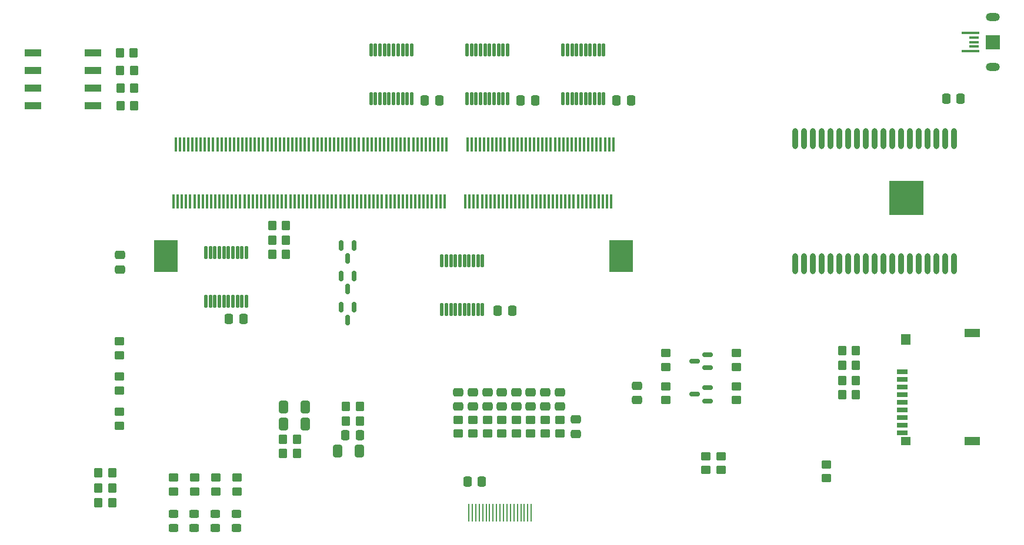
<source format=gbr>
%TF.GenerationSoftware,KiCad,Pcbnew,(6.0.11)*%
%TF.CreationDate,2023-02-05T15:12:43-08:00*%
%TF.ProjectId,TRS-IO++,5452532d-494f-42b2-9b2e-6b696361645f,rev?*%
%TF.SameCoordinates,Original*%
%TF.FileFunction,Paste,Top*%
%TF.FilePolarity,Positive*%
%FSLAX46Y46*%
G04 Gerber Fmt 4.6, Leading zero omitted, Abs format (unit mm)*
G04 Created by KiCad (PCBNEW (6.0.11)) date 2023-02-05 15:12:43*
%MOMM*%
%LPD*%
G01*
G04 APERTURE LIST*
G04 Aperture macros list*
%AMRoundRect*
0 Rectangle with rounded corners*
0 $1 Rounding radius*
0 $2 $3 $4 $5 $6 $7 $8 $9 X,Y pos of 4 corners*
0 Add a 4 corners polygon primitive as box body*
4,1,4,$2,$3,$4,$5,$6,$7,$8,$9,$2,$3,0*
0 Add four circle primitives for the rounded corners*
1,1,$1+$1,$2,$3*
1,1,$1+$1,$4,$5*
1,1,$1+$1,$6,$7*
1,1,$1+$1,$8,$9*
0 Add four rect primitives between the rounded corners*
20,1,$1+$1,$2,$3,$4,$5,0*
20,1,$1+$1,$4,$5,$6,$7,0*
20,1,$1+$1,$6,$7,$8,$9,0*
20,1,$1+$1,$8,$9,$2,$3,0*%
G04 Aperture macros list end*
%ADD10RoundRect,0.150000X0.587500X0.150000X-0.587500X0.150000X-0.587500X-0.150000X0.587500X-0.150000X0*%
%ADD11RoundRect,0.250000X0.350000X0.450000X-0.350000X0.450000X-0.350000X-0.450000X0.350000X-0.450000X0*%
%ADD12RoundRect,0.250000X0.475000X-0.337500X0.475000X0.337500X-0.475000X0.337500X-0.475000X-0.337500X0*%
%ADD13RoundRect,0.250000X-0.450000X0.350000X-0.450000X-0.350000X0.450000X-0.350000X0.450000X0.350000X0*%
%ADD14RoundRect,0.250000X-0.412500X-0.650000X0.412500X-0.650000X0.412500X0.650000X-0.412500X0.650000X0*%
%ADD15RoundRect,0.250000X0.450000X-0.350000X0.450000X0.350000X-0.450000X0.350000X-0.450000X-0.350000X0*%
%ADD16R,2.440000X1.120000*%
%ADD17RoundRect,0.250000X0.450000X-0.325000X0.450000X0.325000X-0.450000X0.325000X-0.450000X-0.325000X0*%
%ADD18RoundRect,0.250000X0.337500X0.475000X-0.337500X0.475000X-0.337500X-0.475000X0.337500X-0.475000X0*%
%ADD19RoundRect,0.250000X-0.350000X-0.450000X0.350000X-0.450000X0.350000X0.450000X-0.350000X0.450000X0*%
%ADD20RoundRect,0.250000X0.412500X0.650000X-0.412500X0.650000X-0.412500X-0.650000X0.412500X-0.650000X0*%
%ADD21RoundRect,0.250000X-0.475000X0.337500X-0.475000X-0.337500X0.475000X-0.337500X0.475000X0.337500X0*%
%ADD22RoundRect,0.250000X-0.337500X-0.475000X0.337500X-0.475000X0.337500X0.475000X-0.337500X0.475000X0*%
%ADD23RoundRect,0.150000X-0.150000X0.587500X-0.150000X-0.587500X0.150000X-0.587500X0.150000X0.587500X0*%
%ADD24R,0.280000X2.600000*%
%ADD25R,1.600000X0.700000*%
%ADD26R,1.400000X1.600000*%
%ADD27R,2.200000X1.200000*%
%ADD28R,1.400000X1.200000*%
%ADD29RoundRect,0.112500X-0.112500X0.837500X-0.112500X-0.837500X0.112500X-0.837500X0.112500X0.837500X0*%
%ADD30O,0.900000X3.000000*%
%ADD31R,5.000000X5.000000*%
%ADD32R,2.000000X2.000000*%
%ADD33O,2.000000X1.200000*%
%ADD34R,2.500000X0.400000*%
%ADD35R,1.350000X0.400000*%
%ADD36R,0.350000X2.000000*%
%ADD37R,3.500000X4.600000*%
G04 APERTURE END LIST*
D10*
%TO.C,Q2*%
X123678833Y-121683200D03*
X123678833Y-119783200D03*
X121803833Y-120733200D03*
%TD*%
D11*
%TO.C,R33*%
X41081200Y-76250800D03*
X39081200Y-76250800D03*
%TD*%
D12*
%TO.C,C17*%
X113504266Y-126363500D03*
X113504266Y-124288500D03*
%TD*%
D13*
%TO.C,R39*%
X52914732Y-139531600D03*
X52914732Y-137531600D03*
%TD*%
D14*
%TO.C,C15*%
X70451999Y-133698599D03*
X73576999Y-133698599D03*
%TD*%
D15*
%TO.C,R8*%
X94081600Y-131175000D03*
X94081600Y-129175000D03*
%TD*%
D13*
%TO.C,R40*%
X55975800Y-139531600D03*
X55975800Y-137531600D03*
%TD*%
D16*
%TO.C,SW3*%
X26581400Y-76250800D03*
X26581400Y-78790800D03*
X26581400Y-81330800D03*
X26581400Y-83870800D03*
X35191400Y-83870800D03*
X35191400Y-81330800D03*
X35191400Y-78790800D03*
X35191400Y-76250800D03*
%TD*%
D11*
%TO.C,R29*%
X63026800Y-101193600D03*
X61026800Y-101193600D03*
%TD*%
D17*
%TO.C,D3*%
X49823666Y-144789000D03*
X49823666Y-142739000D03*
%TD*%
D18*
%TO.C,C16*%
X95565550Y-113487200D03*
X93490550Y-113487200D03*
%TD*%
D13*
%TO.C,R27*%
X117652800Y-124356000D03*
X117652800Y-126356000D03*
%TD*%
D15*
%TO.C,R10*%
X89916000Y-131175000D03*
X89916000Y-129175000D03*
%TD*%
D11*
%TO.C,R35*%
X41182800Y-81330800D03*
X39182800Y-81330800D03*
%TD*%
D17*
%TO.C,D2*%
X46792600Y-144789000D03*
X46792600Y-142739000D03*
%TD*%
D15*
%TO.C,R7*%
X96164400Y-131175000D03*
X96164400Y-129175000D03*
%TD*%
D19*
%TO.C,R16*%
X143068800Y-125577600D03*
X145068800Y-125577600D03*
%TD*%
D20*
%TO.C,C12*%
X65787599Y-127314799D03*
X62662599Y-127314799D03*
%TD*%
D21*
%TO.C,C6*%
X91998800Y-125200500D03*
X91998800Y-127275500D03*
%TD*%
D11*
%TO.C,R34*%
X41132000Y-78790800D03*
X39132000Y-78790800D03*
%TD*%
%TO.C,R2*%
X37982400Y-136855200D03*
X35982400Y-136855200D03*
%TD*%
D21*
%TO.C,C4*%
X96164400Y-125200500D03*
X96164400Y-127275500D03*
%TD*%
D15*
%TO.C,R19*%
X127829866Y-126356000D03*
X127829866Y-124356000D03*
%TD*%
D13*
%TO.C,R31*%
X125628400Y-134432800D03*
X125628400Y-136432800D03*
%TD*%
D21*
%TO.C,C3*%
X98247200Y-125200500D03*
X98247200Y-127275500D03*
%TD*%
%TO.C,C7*%
X89916000Y-125200500D03*
X89916000Y-127275500D03*
%TD*%
%TO.C,C1*%
X102412800Y-125200500D03*
X102412800Y-127275500D03*
%TD*%
D18*
%TO.C,C19*%
X85060700Y-83108800D03*
X82985700Y-83108800D03*
%TD*%
D21*
%TO.C,C8*%
X87833200Y-125200500D03*
X87833200Y-127275500D03*
%TD*%
D22*
%TO.C,C23*%
X89132500Y-138112500D03*
X91207500Y-138112500D03*
%TD*%
D23*
%TO.C,Q3*%
X72832000Y-104066100D03*
X70932000Y-104066100D03*
X71882000Y-105941100D03*
%TD*%
D24*
%TO.C,J7*%
X98327600Y-142619800D03*
X97827600Y-142619800D03*
X97327600Y-142619800D03*
X96827600Y-142619800D03*
X96327600Y-142619800D03*
X95827600Y-142619800D03*
X95327600Y-142619800D03*
X94827600Y-142619800D03*
X94327600Y-142619800D03*
X93827600Y-142619800D03*
X93327600Y-142619800D03*
X92827600Y-142619800D03*
X92327600Y-142619800D03*
X91827600Y-142619800D03*
X91327600Y-142619800D03*
X90827600Y-142619800D03*
X90327600Y-142619800D03*
X89827600Y-142619800D03*
X89327600Y-142619800D03*
%TD*%
D25*
%TO.C,J9*%
X151715700Y-122260000D03*
X151715700Y-123360000D03*
X151715700Y-124460000D03*
X151715700Y-125560000D03*
X151715700Y-126660000D03*
X151715700Y-127760000D03*
X151715700Y-128860000D03*
X151715700Y-129960000D03*
X151715700Y-131060000D03*
D26*
X152215700Y-117610000D03*
D27*
X161815700Y-116710000D03*
X161815700Y-132210000D03*
D28*
X152215700Y-132210000D03*
%TD*%
D11*
%TO.C,R36*%
X41182800Y-83870800D03*
X39182800Y-83870800D03*
%TD*%
D19*
%TO.C,R17*%
X143068800Y-121361200D03*
X145068800Y-121361200D03*
%TD*%
D13*
%TO.C,R13*%
X39014400Y-122952000D03*
X39014400Y-124952000D03*
%TD*%
D11*
%TO.C,R26*%
X63026800Y-105359200D03*
X61026800Y-105359200D03*
%TD*%
D23*
%TO.C,Q4*%
X72832000Y-108485700D03*
X70932000Y-108485700D03*
X71882000Y-110360700D03*
%TD*%
D13*
%TO.C,R32*%
X123444000Y-134432800D03*
X123444000Y-136432800D03*
%TD*%
D19*
%TO.C,R18*%
X143068800Y-119227600D03*
X145068800Y-119227600D03*
%TD*%
D11*
%TO.C,R1*%
X37982400Y-141173200D03*
X35982400Y-141173200D03*
%TD*%
D29*
%TO.C,U3*%
X108741400Y-75900400D03*
X108091400Y-75900400D03*
X107441400Y-75900400D03*
X106791400Y-75900400D03*
X106141400Y-75900400D03*
X105491400Y-75900400D03*
X104841400Y-75900400D03*
X104191400Y-75900400D03*
X103541400Y-75900400D03*
X102891400Y-75900400D03*
X102891400Y-82900400D03*
X103541400Y-82900400D03*
X104191400Y-82900400D03*
X104841400Y-82900400D03*
X105491400Y-82900400D03*
X106141400Y-82900400D03*
X106791400Y-82900400D03*
X107441400Y-82900400D03*
X108091400Y-82900400D03*
X108741400Y-82900400D03*
%TD*%
D10*
%TO.C,Q1*%
X123678833Y-126456000D03*
X123678833Y-124556000D03*
X121803833Y-125506000D03*
%TD*%
D17*
%TO.C,D4*%
X52854732Y-144789000D03*
X52854732Y-142739000D03*
%TD*%
D29*
%TO.C,U4*%
X91306250Y-106278800D03*
X90656250Y-106278800D03*
X90006250Y-106278800D03*
X89356250Y-106278800D03*
X88706250Y-106278800D03*
X88056250Y-106278800D03*
X87406250Y-106278800D03*
X86756250Y-106278800D03*
X86106250Y-106278800D03*
X85456250Y-106278800D03*
X85456250Y-113278800D03*
X86106250Y-113278800D03*
X86756250Y-113278800D03*
X87406250Y-113278800D03*
X88056250Y-113278800D03*
X88706250Y-113278800D03*
X89356250Y-113278800D03*
X90006250Y-113278800D03*
X90656250Y-113278800D03*
X91306250Y-113278800D03*
%TD*%
D30*
%TO.C,U1*%
X159211600Y-88637600D03*
X157941600Y-88637600D03*
X156671600Y-88637600D03*
X155401600Y-88637600D03*
X154131600Y-88637600D03*
X152861600Y-88637600D03*
X151591600Y-88637600D03*
X150321600Y-88637600D03*
X149051600Y-88637600D03*
X147781600Y-88637600D03*
X146511600Y-88637600D03*
X145241600Y-88637600D03*
X143971600Y-88637600D03*
X142701600Y-88637600D03*
X141401600Y-88637600D03*
X140131600Y-88637600D03*
X138861600Y-88637600D03*
X137591600Y-88637600D03*
X136321600Y-88637600D03*
X136321600Y-106637600D03*
X137591600Y-106637600D03*
X138861600Y-106637600D03*
X140131600Y-106637600D03*
X141401600Y-106637600D03*
X142701600Y-106667600D03*
X143971600Y-106667600D03*
X145241600Y-106667600D03*
X146511600Y-106667600D03*
X147781600Y-106667600D03*
X149051600Y-106667600D03*
X150321600Y-106667600D03*
X151591600Y-106667600D03*
X152861600Y-106667600D03*
X154131600Y-106667600D03*
X155401600Y-106667600D03*
X156671600Y-106667600D03*
X157941600Y-106667600D03*
X159211600Y-106667600D03*
D31*
X152291600Y-97237600D03*
%TD*%
D12*
%TO.C,C21*%
X104775000Y-131212500D03*
X104775000Y-129137500D03*
%TD*%
D15*
%TO.C,R30*%
X140817600Y-137601200D03*
X140817600Y-135601200D03*
%TD*%
D11*
%TO.C,R24*%
X73674899Y-129329799D03*
X71674899Y-129329799D03*
%TD*%
D23*
%TO.C,Q5*%
X72832000Y-112905300D03*
X70932000Y-112905300D03*
X71882000Y-114780300D03*
%TD*%
D21*
%TO.C,C5*%
X94081600Y-125200500D03*
X94081600Y-127275500D03*
%TD*%
D13*
%TO.C,R12*%
X39014400Y-117855999D03*
X39014400Y-119855999D03*
%TD*%
D11*
%TO.C,R22*%
X64615499Y-131988399D03*
X62615499Y-131988399D03*
%TD*%
D32*
%TO.C,J12*%
X164769700Y-74726800D03*
D33*
X164769700Y-78301800D03*
X164769700Y-71151800D03*
D34*
X161518500Y-76026800D03*
D35*
X162094700Y-75376800D03*
X162094700Y-74726800D03*
X162094700Y-74076800D03*
D34*
X161518500Y-73426800D03*
%TD*%
D18*
%TO.C,C11*%
X112695900Y-83108800D03*
X110620900Y-83108800D03*
%TD*%
D11*
%TO.C,R28*%
X63026800Y-103276400D03*
X61026800Y-103276400D03*
%TD*%
%TO.C,R23*%
X73674899Y-127246999D03*
X71674899Y-127246999D03*
%TD*%
D15*
%TO.C,R4*%
X102412800Y-131175000D03*
X102412800Y-129175000D03*
%TD*%
D18*
%TO.C,C24*%
X160143100Y-82905600D03*
X158068100Y-82905600D03*
%TD*%
D13*
%TO.C,R38*%
X49853666Y-139531600D03*
X49853666Y-137531600D03*
%TD*%
%TO.C,R20*%
X127829866Y-119583200D03*
X127829866Y-121583200D03*
%TD*%
D29*
%TO.C,U2*%
X94923800Y-75900400D03*
X94273800Y-75900400D03*
X93623800Y-75900400D03*
X92973800Y-75900400D03*
X92323800Y-75900400D03*
X91673800Y-75900400D03*
X91023800Y-75900400D03*
X90373800Y-75900400D03*
X89723800Y-75900400D03*
X89073800Y-75900400D03*
X89073800Y-82900400D03*
X89723800Y-82900400D03*
X90373800Y-82900400D03*
X91023800Y-82900400D03*
X91673800Y-82900400D03*
X92323800Y-82900400D03*
X92973800Y-82900400D03*
X93623800Y-82900400D03*
X94273800Y-82900400D03*
X94923800Y-82900400D03*
%TD*%
D21*
%TO.C,C2*%
X100330000Y-125200500D03*
X100330000Y-127275500D03*
%TD*%
D36*
%TO.C,Conn1*%
X110136000Y-89469700D03*
X109836000Y-97669700D03*
X109536000Y-89469700D03*
X109236000Y-97669700D03*
X108936000Y-89469700D03*
X108636000Y-97669700D03*
X108336000Y-89469700D03*
X108036000Y-97669700D03*
X107736000Y-89469700D03*
X107436000Y-97669700D03*
X107136000Y-89469700D03*
X106836000Y-97669700D03*
X106536000Y-89469700D03*
X106236000Y-97669700D03*
X105936000Y-89469700D03*
X105636000Y-97669700D03*
X105336000Y-89469700D03*
X105036000Y-97669700D03*
X104736000Y-89469700D03*
X104436000Y-97669700D03*
X104136000Y-89469700D03*
X103836000Y-97669700D03*
X103536000Y-89469700D03*
X103236000Y-97669700D03*
X102936000Y-89469700D03*
X102636000Y-97669700D03*
X102336000Y-89469700D03*
X102036000Y-97669700D03*
X101736000Y-89469700D03*
X101436000Y-97669700D03*
X101136000Y-89469700D03*
X100836000Y-97669700D03*
X100536000Y-89469700D03*
X100236000Y-97669700D03*
X99936000Y-89469700D03*
X99636000Y-97669700D03*
X99336000Y-89469700D03*
X99036000Y-97669700D03*
X98736000Y-89469700D03*
X98436000Y-97669700D03*
X98136000Y-89469700D03*
X97836000Y-97669700D03*
X97536000Y-89469700D03*
X97236000Y-97669700D03*
X96936000Y-89469700D03*
X96636000Y-97669700D03*
X96336000Y-89469700D03*
X96036000Y-97669700D03*
X95736000Y-89469700D03*
X95436000Y-97669700D03*
X95136000Y-89469700D03*
X94836000Y-97669700D03*
X94536000Y-89469700D03*
X94236000Y-97669700D03*
X93936000Y-89469700D03*
X93636000Y-97669700D03*
X93336000Y-89469700D03*
X93036000Y-97669700D03*
X92736000Y-89469700D03*
X92436000Y-97669700D03*
X92136000Y-89469700D03*
X91836000Y-97669700D03*
X91536000Y-89469700D03*
X91236000Y-97669700D03*
X90936000Y-89469700D03*
X90636000Y-97669700D03*
X90336000Y-89469700D03*
X90036000Y-97669700D03*
X89736000Y-89469700D03*
X89436000Y-97669700D03*
X89136000Y-89469700D03*
X88836000Y-97669700D03*
X86136000Y-89469700D03*
X85836000Y-97669700D03*
X85536000Y-89469700D03*
X85236000Y-97669700D03*
X84936000Y-89469700D03*
X84636000Y-97669700D03*
X84336000Y-89469700D03*
X84036000Y-97669700D03*
X83736000Y-89469700D03*
X83436000Y-97669700D03*
X83136000Y-89469700D03*
X82836000Y-97669700D03*
X82536000Y-89469700D03*
X82236000Y-97669700D03*
X81936000Y-89469700D03*
X81636000Y-97669700D03*
X81336000Y-89469700D03*
X81036000Y-97669700D03*
X80736000Y-89469700D03*
X80436000Y-97669700D03*
X80136000Y-89469700D03*
X79836000Y-97669700D03*
X79536000Y-89469700D03*
X79236000Y-97669700D03*
X78936000Y-89469700D03*
X78636000Y-97669700D03*
X78336000Y-89469700D03*
X78036000Y-97669700D03*
X77736000Y-89469700D03*
X77436000Y-97669700D03*
X77136000Y-89469700D03*
X76836000Y-97669700D03*
X76536000Y-89469700D03*
X76236000Y-97669700D03*
X75936000Y-89469700D03*
X75636000Y-97669700D03*
X75336000Y-89469700D03*
X75036000Y-97669700D03*
X74736000Y-89469700D03*
X74436000Y-97669700D03*
X74136000Y-89469700D03*
X73836000Y-97669700D03*
X73536000Y-89469700D03*
X73236000Y-97669700D03*
X72936000Y-89469700D03*
X72636000Y-97669700D03*
X72336000Y-89469700D03*
X72036000Y-97669700D03*
X71736000Y-89469700D03*
X71436000Y-97669700D03*
X71136000Y-89469700D03*
X70836000Y-97669700D03*
X70536000Y-89469700D03*
X70236000Y-97669700D03*
X69936000Y-89469700D03*
X69636000Y-97669700D03*
X69336000Y-89469700D03*
X69036000Y-97669700D03*
X68736000Y-89469700D03*
X68436000Y-97669700D03*
X68136000Y-89469700D03*
X67836000Y-97669700D03*
X67536000Y-89469700D03*
X67236000Y-97669700D03*
X66936000Y-89469700D03*
X66636000Y-97669700D03*
X66336000Y-89469700D03*
X66036000Y-97669700D03*
X65736000Y-89469700D03*
X65436000Y-97669700D03*
X65136000Y-89469700D03*
X64836000Y-97669700D03*
X64536000Y-89469700D03*
X64236000Y-97669700D03*
X63936000Y-89469700D03*
X63636000Y-97669700D03*
X63336000Y-89469700D03*
X63036000Y-97669700D03*
X62736000Y-89469700D03*
X62436000Y-97669700D03*
X62136000Y-89469700D03*
X61836000Y-97669700D03*
X61536000Y-89469700D03*
X61236000Y-97669700D03*
X60936000Y-89469700D03*
X60636000Y-97669700D03*
X60336000Y-89469700D03*
X60036000Y-97669700D03*
X59736000Y-89469700D03*
X59436000Y-97669700D03*
X59136000Y-89469700D03*
X58836000Y-97669700D03*
X58536000Y-89469700D03*
X58236000Y-97669700D03*
X57936000Y-89469700D03*
X57636000Y-97669700D03*
X57336000Y-89469700D03*
X57036000Y-97669700D03*
X56736000Y-89469700D03*
X56436000Y-97669700D03*
X56136000Y-89469700D03*
X55836000Y-97669700D03*
X55536000Y-89469700D03*
X55236000Y-97669700D03*
X54936000Y-89469700D03*
X54636000Y-97669700D03*
X54336000Y-89469700D03*
X54036000Y-97669700D03*
X53736000Y-89469700D03*
X53436000Y-97669700D03*
X53136000Y-89469700D03*
X52836000Y-97669700D03*
X52536000Y-89469700D03*
X52236000Y-97669700D03*
X51936000Y-89469700D03*
X51636000Y-97669700D03*
X51336000Y-89469700D03*
X51036000Y-97669700D03*
X50736000Y-89469700D03*
X50436000Y-97669700D03*
X50136000Y-89469700D03*
X49836000Y-97669700D03*
X49536000Y-89469700D03*
X49236000Y-97669700D03*
X48936000Y-89469700D03*
X48636000Y-97669700D03*
X48336000Y-89469700D03*
X48036000Y-97669700D03*
X47736000Y-89469700D03*
X47436000Y-97669700D03*
X47136000Y-89469700D03*
X46836000Y-97669700D03*
D37*
X111286000Y-105569700D03*
X45686000Y-105569700D03*
%TD*%
D13*
%TO.C,R37*%
X46792600Y-139531600D03*
X46792600Y-137531600D03*
%TD*%
D15*
%TO.C,R5*%
X100330000Y-131175000D03*
X100330000Y-129175000D03*
%TD*%
D11*
%TO.C,R3*%
X37982400Y-138988800D03*
X35982400Y-138988800D03*
%TD*%
D15*
%TO.C,R25*%
X117652800Y-121583200D03*
X117652800Y-119583200D03*
%TD*%
D17*
%TO.C,D5*%
X55885800Y-144789000D03*
X55885800Y-142739000D03*
%TD*%
D15*
%TO.C,R11*%
X87833200Y-131175000D03*
X87833200Y-129175000D03*
%TD*%
%TO.C,R9*%
X91998800Y-131175000D03*
X91998800Y-129175000D03*
%TD*%
D18*
%TO.C,C18*%
X56866700Y-114655600D03*
X54791700Y-114655600D03*
%TD*%
D13*
%TO.C,R14*%
X39014400Y-128032000D03*
X39014400Y-130032000D03*
%TD*%
D29*
%TO.C,U5*%
X57331800Y-105110400D03*
X56681800Y-105110400D03*
X56031800Y-105110400D03*
X55381800Y-105110400D03*
X54731800Y-105110400D03*
X54081800Y-105110400D03*
X53431800Y-105110400D03*
X52781800Y-105110400D03*
X52131800Y-105110400D03*
X51481800Y-105110400D03*
X51481800Y-112110400D03*
X52131800Y-112110400D03*
X52781800Y-112110400D03*
X53431800Y-112110400D03*
X54081800Y-112110400D03*
X54731800Y-112110400D03*
X55381800Y-112110400D03*
X56031800Y-112110400D03*
X56681800Y-112110400D03*
X57331800Y-112110400D03*
%TD*%
D18*
%TO.C,C10*%
X98878300Y-83108800D03*
X96803300Y-83108800D03*
%TD*%
D19*
%TO.C,R15*%
X143068800Y-123494800D03*
X145068800Y-123494800D03*
%TD*%
D15*
%TO.C,R6*%
X98247200Y-131175000D03*
X98247200Y-129175000D03*
%TD*%
D19*
%TO.C,R21*%
X62615499Y-134020399D03*
X64615499Y-134020399D03*
%TD*%
D29*
%TO.C,U6*%
X81106200Y-75900400D03*
X80456200Y-75900400D03*
X79806200Y-75900400D03*
X79156200Y-75900400D03*
X78506200Y-75900400D03*
X77856200Y-75900400D03*
X77206200Y-75900400D03*
X76556200Y-75900400D03*
X75906200Y-75900400D03*
X75256200Y-75900400D03*
X75256200Y-82900400D03*
X75906200Y-82900400D03*
X76556200Y-82900400D03*
X77206200Y-82900400D03*
X77856200Y-82900400D03*
X78506200Y-82900400D03*
X79156200Y-82900400D03*
X79806200Y-82900400D03*
X80456200Y-82900400D03*
X81106200Y-82900400D03*
%TD*%
D21*
%TO.C,C9*%
X39116000Y-105439300D03*
X39116000Y-107514300D03*
%TD*%
D18*
%TO.C,C13*%
X73661599Y-131412599D03*
X71586599Y-131412599D03*
%TD*%
D14*
%TO.C,C14*%
X62662599Y-129753199D03*
X65787599Y-129753199D03*
%TD*%
M02*

</source>
